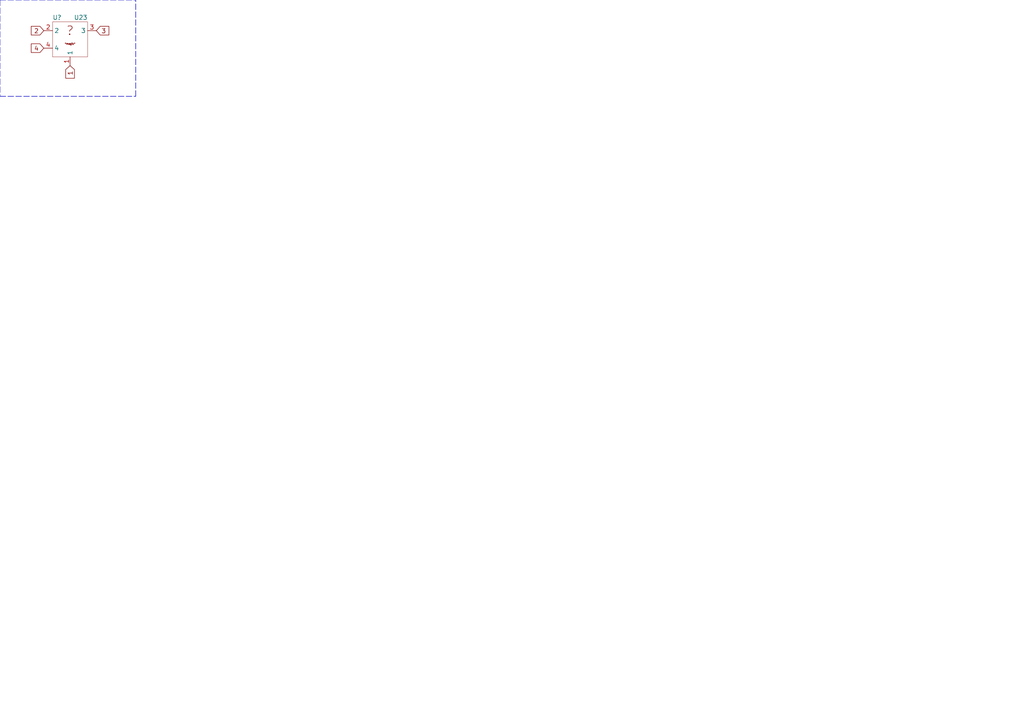
<source format=kicad_sch>
(kicad_sch (version 20201015) (generator eeschema)
  (paper "A4")
  (lib_symbols
    (symbol "ebaz4205:U23"
      (property "Reference" "U" (at -5.08 6.35 0))
      (property "Value" "U23" (at 5.08 6.35 0))
      (symbol "U23_0_0"
        (text "?" (at 0 2.54 0) (effects (font (size 2.54 2.54))))
        (text "*magic*" (at 0 -1.27 0) (effects (font (size 0.508 0.508))))
      )
      (symbol "U23_0_1"
        (rectangle (start -5.08 5.08) (end 5.08 -5.08) (stroke (width 0.0006)))
      )
      (symbol "U23_1_1"
        (pin output line (at -7.62 2.54 0) (length 2.54) (name "2") (number "2"))
        (pin output line (at -7.62 -2.54 0) (length 2.54) (name "4") (number "4"))
        (pin power_in line (at 0 -7.62 90) (length 2.54) (name "1") (number "1"))
        (pin power_in line (at 7.62 2.54 180) (length 2.54) (name "3") (number "3"))
      )
    )
  )
  (polyline (pts (xy 0 0) (xy 0 27.94)) (stroke (width 0) (type dash)))
  (polyline (pts (xy 0 0) (xy 39.37 0)) (stroke (width 0) (type dash)))
  (polyline (pts (xy 0 27.94) (xy 39.37 27.94)) (stroke (width 0) (type dash)))
  (polyline (pts (xy 39.37 27.94) (xy 39.37 0)) (stroke (width 0) (type dash)))
  (text "D U23\nF .*\nV .*" (at 0 0 0) (effects (font (size 1.27 1.27)) (justify left bottom)))
  (global_label "2" (shape input) (at 12.7 8.89 180) (property "Intersheet References" "${INTERSHEET_REFS}" (effects hide)))
  (global_label "4" (shape input) (at 12.7 13.97 180) (property "Intersheet References" "${INTERSHEET_REFS}" (effects hide)))
  (global_label "1" (shape input) (at 20.32 19.05 270) (property "Intersheet References" "${INTERSHEET_REFS}" (effects hide)))
  (global_label "3" (shape input) (at 27.94 8.89 0) (property "Intersheet References" "${INTERSHEET_REFS}" (effects hide)))
  (symbol (lib_id "ebaz4205:U23") (at 20.32 11.43 0) (unit 1)
    (property "Reference" "U?" (at 15.24 5.08 0) (effects (justify left)))
    (property "Value" "U23" (at 25.4 5.08 0) (effects (justify right)))
  )
)
</source>
